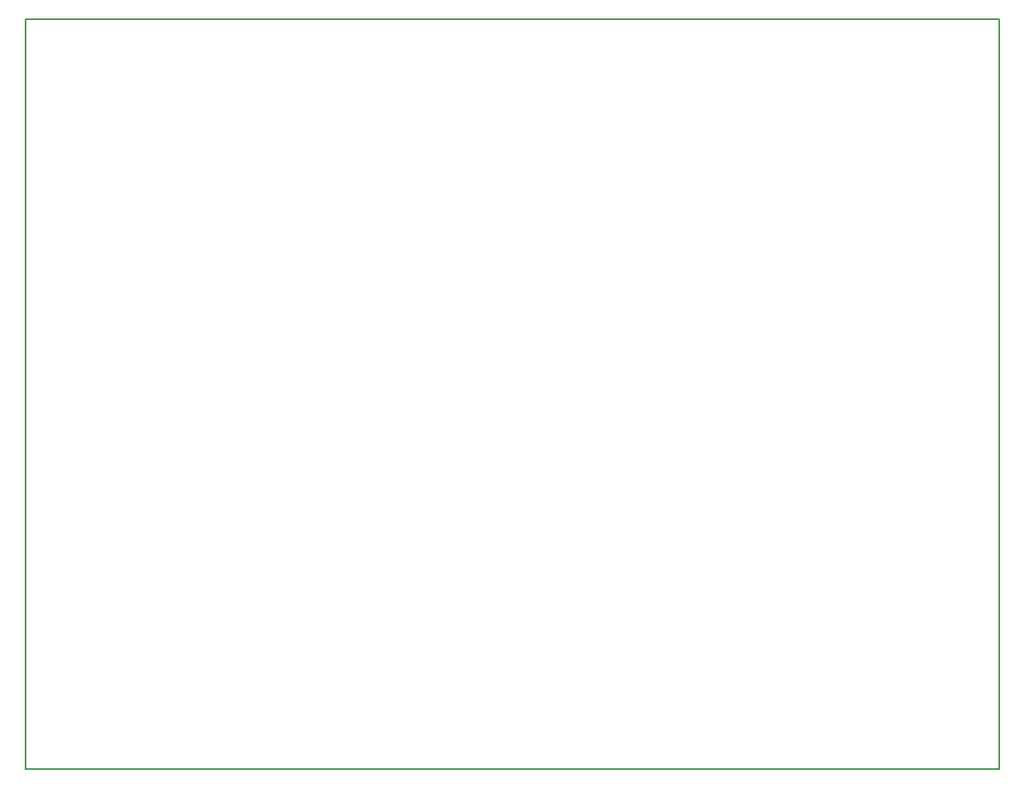
<source format=gbr>
%TF.GenerationSoftware,KiCad,Pcbnew,8.0.1*%
%TF.CreationDate,2024-11-10T18:35:03+01:00*%
%TF.ProjectId,Weather,57656174-6865-4722-9e6b-696361645f70,1.0*%
%TF.SameCoordinates,Original*%
%TF.FileFunction,Profile,NP*%
%FSLAX46Y46*%
G04 Gerber Fmt 4.6, Leading zero omitted, Abs format (unit mm)*
G04 Created by KiCad (PCBNEW 8.0.1) date 2024-11-10 18:35:03*
%MOMM*%
%LPD*%
G01*
G04 APERTURE LIST*
%TA.AperFunction,Profile*%
%ADD10C,0.200000*%
%TD*%
G04 APERTURE END LIST*
D10*
X43180000Y-61468000D02*
X146304000Y-61468000D01*
X146304000Y-140970000D01*
X43180000Y-140970000D01*
X43180000Y-61468000D01*
M02*

</source>
